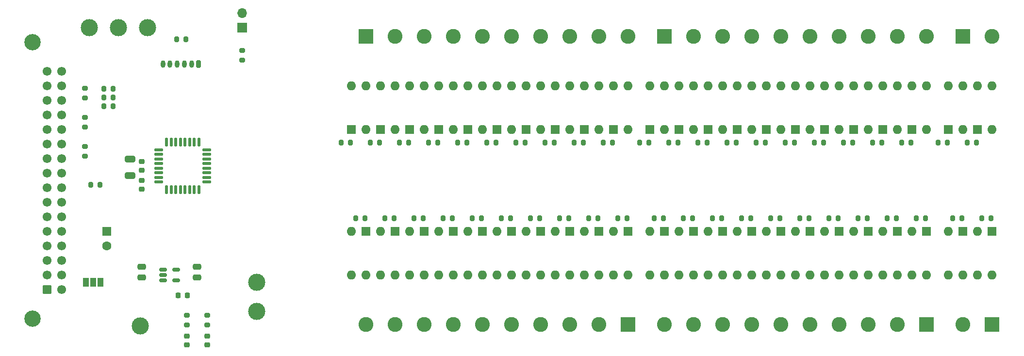
<source format=gbr>
%TF.GenerationSoftware,KiCad,Pcbnew,6.0.0*%
%TF.CreationDate,2022-01-11T14:05:17+01:00*%
%TF.ProjectId,main,6d61696e-2e6b-4696-9361-645f70636258,v.1.1.0*%
%TF.SameCoordinates,Original*%
%TF.FileFunction,Soldermask,Top*%
%TF.FilePolarity,Negative*%
%FSLAX46Y46*%
G04 Gerber Fmt 4.6, Leading zero omitted, Abs format (unit mm)*
G04 Created by KiCad (PCBNEW 6.0.0) date 2022-01-11 14:05:17*
%MOMM*%
%LPD*%
G01*
G04 APERTURE LIST*
G04 Aperture macros list*
%AMRoundRect*
0 Rectangle with rounded corners*
0 $1 Rounding radius*
0 $2 $3 $4 $5 $6 $7 $8 $9 X,Y pos of 4 corners*
0 Add a 4 corners polygon primitive as box body*
4,1,4,$2,$3,$4,$5,$6,$7,$8,$9,$2,$3,0*
0 Add four circle primitives for the rounded corners*
1,1,$1+$1,$2,$3*
1,1,$1+$1,$4,$5*
1,1,$1+$1,$6,$7*
1,1,$1+$1,$8,$9*
0 Add four rect primitives between the rounded corners*
20,1,$1+$1,$2,$3,$4,$5,0*
20,1,$1+$1,$4,$5,$6,$7,0*
20,1,$1+$1,$6,$7,$8,$9,0*
20,1,$1+$1,$8,$9,$2,$3,0*%
G04 Aperture macros list end*
%ADD10C,3.000000*%
%ADD11R,2.600000X2.600000*%
%ADD12C,2.600000*%
%ADD13RoundRect,0.200000X-0.275000X0.200000X-0.275000X-0.200000X0.275000X-0.200000X0.275000X0.200000X0*%
%ADD14RoundRect,0.200000X0.200000X0.275000X-0.200000X0.275000X-0.200000X-0.275000X0.200000X-0.275000X0*%
%ADD15R,1.600000X1.600000*%
%ADD16O,1.600000X1.600000*%
%ADD17RoundRect,0.225000X-0.225000X-0.250000X0.225000X-0.250000X0.225000X0.250000X-0.225000X0.250000X0*%
%ADD18RoundRect,0.200000X0.200000X0.450000X-0.200000X0.450000X-0.200000X-0.450000X0.200000X-0.450000X0*%
%ADD19O,0.800000X1.300000*%
%ADD20R,1.000000X1.500000*%
%ADD21RoundRect,0.218750X0.256250X-0.218750X0.256250X0.218750X-0.256250X0.218750X-0.256250X-0.218750X0*%
%ADD22RoundRect,0.225000X-0.250000X0.225000X-0.250000X-0.225000X0.250000X-0.225000X0.250000X0.225000X0*%
%ADD23C,1.600000*%
%ADD24RoundRect,0.125000X-0.625000X-0.125000X0.625000X-0.125000X0.625000X0.125000X-0.625000X0.125000X0*%
%ADD25RoundRect,0.125000X-0.125000X-0.625000X0.125000X-0.625000X0.125000X0.625000X-0.125000X0.625000X0*%
%ADD26R,1.700000X1.700000*%
%ADD27O,1.700000X1.700000*%
%ADD28RoundRect,0.250000X-0.475000X0.250000X-0.475000X-0.250000X0.475000X-0.250000X0.475000X0.250000X0*%
%ADD29C,2.850000*%
%ADD30RoundRect,0.249999X0.525001X-0.525001X0.525001X0.525001X-0.525001X0.525001X-0.525001X-0.525001X0*%
%ADD31C,1.550000*%
%ADD32RoundRect,0.250000X-0.650000X0.325000X-0.650000X-0.325000X0.650000X-0.325000X0.650000X0.325000X0*%
%ADD33RoundRect,0.150000X-0.512500X-0.150000X0.512500X-0.150000X0.512500X0.150000X-0.512500X0.150000X0*%
%ADD34RoundRect,0.200000X-0.200000X-0.275000X0.200000X-0.275000X0.200000X0.275000X-0.200000X0.275000X0*%
G04 APERTURE END LIST*
D10*
%TO.C,TP2*%
X67310000Y-100330000D03*
%TD*%
D11*
%TO.C,J5*%
X138430000Y-57404000D03*
D12*
X143510000Y-57404000D03*
X148590000Y-57404000D03*
X153670000Y-57404000D03*
X158750000Y-57404000D03*
X163830000Y-57404000D03*
X168910000Y-57404000D03*
X173990000Y-57404000D03*
X179070000Y-57404000D03*
X184150000Y-57404000D03*
%TD*%
D11*
%TO.C,J4*%
X190500000Y-57404000D03*
D12*
X195580000Y-57404000D03*
%TD*%
D13*
%TO.C,R11*%
X64770000Y-59881000D03*
X64770000Y-61531000D03*
%TD*%
D14*
%TO.C,R38*%
X183959000Y-89154000D03*
X182309000Y-89154000D03*
%TD*%
D15*
%TO.C,U19*%
X99060000Y-73660000D03*
D16*
X101600000Y-73660000D03*
X101600000Y-66040000D03*
X99060000Y-66040000D03*
%TD*%
D13*
%TO.C,R4*%
X37338000Y-66485000D03*
X37338000Y-68135000D03*
%TD*%
D15*
%TO.C,U34*%
X168910000Y-91440000D03*
D16*
X166370000Y-91440000D03*
X166370000Y-99060000D03*
X168910000Y-99060000D03*
%TD*%
D14*
%TO.C,R30*%
X145859000Y-75946000D03*
X144209000Y-75946000D03*
%TD*%
D17*
%TO.C,C3*%
X53581000Y-102616000D03*
X55131000Y-102616000D03*
%TD*%
D10*
%TO.C,TP6*%
X48200000Y-55880000D03*
%TD*%
D18*
%TO.C,J2*%
X57150000Y-62230000D03*
D19*
X55900000Y-62230000D03*
X54650000Y-62230000D03*
X53400000Y-62230000D03*
X52150000Y-62230000D03*
X50900000Y-62230000D03*
%TD*%
D15*
%TO.C,U41*%
X101600000Y-91440000D03*
D16*
X99060000Y-91440000D03*
X99060000Y-99060000D03*
X101600000Y-99060000D03*
%TD*%
D15*
%TO.C,U42*%
X148590000Y-91440000D03*
D16*
X146050000Y-91440000D03*
X146050000Y-99060000D03*
X148590000Y-99060000D03*
%TD*%
D14*
%TO.C,R15*%
X129349000Y-75946000D03*
X127699000Y-75946000D03*
%TD*%
D15*
%TO.C,U36*%
X163830000Y-91440000D03*
D16*
X161290000Y-91440000D03*
X161290000Y-99060000D03*
X163830000Y-99060000D03*
%TD*%
D15*
%TO.C,U31*%
X127000000Y-91440000D03*
D16*
X124460000Y-91440000D03*
X124460000Y-99060000D03*
X127000000Y-99060000D03*
%TD*%
D14*
%TO.C,R35*%
X83629000Y-75946000D03*
X81979000Y-75946000D03*
%TD*%
D15*
%TO.C,U11*%
X119380000Y-73660000D03*
D16*
X121920000Y-73660000D03*
X121920000Y-66040000D03*
X119380000Y-66040000D03*
%TD*%
D15*
%TO.C,U6*%
X181610000Y-73660000D03*
D16*
X184150000Y-73660000D03*
X184150000Y-66040000D03*
X181610000Y-66040000D03*
%TD*%
D15*
%TO.C,U20*%
X146050000Y-73660000D03*
D16*
X148590000Y-73660000D03*
X148590000Y-66040000D03*
X146050000Y-66040000D03*
%TD*%
D15*
%TO.C,U44*%
X143510000Y-91440000D03*
D16*
X140970000Y-91440000D03*
X140970000Y-99060000D03*
X143510000Y-99060000D03*
%TD*%
D14*
%TO.C,R52*%
X153479000Y-89154000D03*
X151829000Y-89154000D03*
%TD*%
%TO.C,R33*%
X88709000Y-75946000D03*
X87059000Y-75946000D03*
%TD*%
%TO.C,R39*%
X131889000Y-89154000D03*
X130239000Y-89154000D03*
%TD*%
D15*
%TO.C,U12*%
X166370000Y-73660000D03*
D16*
X168910000Y-73660000D03*
X168910000Y-66040000D03*
X166370000Y-66040000D03*
%TD*%
D15*
%TO.C,U4*%
X187960000Y-73660000D03*
D16*
X190500000Y-73660000D03*
X190500000Y-66040000D03*
X187960000Y-66040000D03*
%TD*%
D15*
%TO.C,U13*%
X114300000Y-73660000D03*
D16*
X116840000Y-73660000D03*
X116840000Y-66040000D03*
X114300000Y-66040000D03*
%TD*%
D15*
%TO.C,U8*%
X176530000Y-73660000D03*
D16*
X179070000Y-73660000D03*
X179070000Y-66040000D03*
X176530000Y-66040000D03*
%TD*%
D14*
%TO.C,R27*%
X103949000Y-75946000D03*
X102299000Y-75946000D03*
%TD*%
D20*
%TO.C,JP1*%
X40035000Y-100330000D03*
X38735000Y-100330000D03*
X37435000Y-100330000D03*
%TD*%
D14*
%TO.C,R14*%
X181419000Y-75946000D03*
X179769000Y-75946000D03*
%TD*%
D15*
%TO.C,U7*%
X129540000Y-73660000D03*
D16*
X132080000Y-73660000D03*
X132080000Y-66040000D03*
X129540000Y-66040000D03*
%TD*%
D21*
%TO.C,D1*%
X55118000Y-111277500D03*
X55118000Y-109702500D03*
%TD*%
D14*
%TO.C,R45*%
X121729000Y-89154000D03*
X120079000Y-89154000D03*
%TD*%
D15*
%TO.C,U18*%
X151130000Y-73660000D03*
D16*
X153670000Y-73660000D03*
X153670000Y-66040000D03*
X151130000Y-66040000D03*
%TD*%
D22*
%TO.C,C6*%
X47244000Y-82537000D03*
X47244000Y-84087000D03*
%TD*%
D14*
%TO.C,R21*%
X119189000Y-75946000D03*
X117539000Y-75946000D03*
%TD*%
D15*
%TO.C,C1*%
X41148000Y-91440000D03*
D23*
X41148000Y-93940000D03*
%TD*%
D14*
%TO.C,R32*%
X140779000Y-75946000D03*
X139129000Y-75946000D03*
%TD*%
%TO.C,R34*%
X135699000Y-75946000D03*
X134049000Y-75946000D03*
%TD*%
%TO.C,R42*%
X178879000Y-89154000D03*
X177229000Y-89154000D03*
%TD*%
D15*
%TO.C,U24*%
X135890000Y-73660000D03*
D16*
X138430000Y-73660000D03*
X138430000Y-66040000D03*
X135890000Y-66040000D03*
%TD*%
D14*
%TO.C,R54*%
X148399000Y-89154000D03*
X146749000Y-89154000D03*
%TD*%
D10*
%TO.C,TP5*%
X43150000Y-55880000D03*
%TD*%
D14*
%TO.C,R29*%
X98869000Y-75946000D03*
X97219000Y-75946000D03*
%TD*%
%TO.C,R20*%
X171259000Y-75946000D03*
X169609000Y-75946000D03*
%TD*%
D15*
%TO.C,U43*%
X96520000Y-91440000D03*
D16*
X93980000Y-91440000D03*
X93980000Y-99060000D03*
X96520000Y-99060000D03*
%TD*%
D14*
%TO.C,R46*%
X168719000Y-89154000D03*
X167069000Y-89154000D03*
%TD*%
%TO.C,R19*%
X124269000Y-75946000D03*
X122619000Y-75946000D03*
%TD*%
D24*
%TO.C,U3*%
X50181000Y-77210000D03*
X50181000Y-78010000D03*
X50181000Y-78810000D03*
X50181000Y-79610000D03*
X50181000Y-80410000D03*
X50181000Y-81210000D03*
X50181000Y-82010000D03*
X50181000Y-82810000D03*
D25*
X51556000Y-84185000D03*
X52356000Y-84185000D03*
X53156000Y-84185000D03*
X53956000Y-84185000D03*
X54756000Y-84185000D03*
X55556000Y-84185000D03*
X56356000Y-84185000D03*
X57156000Y-84185000D03*
D24*
X58531000Y-82810000D03*
X58531000Y-82010000D03*
X58531000Y-81210000D03*
X58531000Y-80410000D03*
X58531000Y-79610000D03*
X58531000Y-78810000D03*
X58531000Y-78010000D03*
X58531000Y-77210000D03*
D25*
X57156000Y-75835000D03*
X56356000Y-75835000D03*
X55556000Y-75835000D03*
X54756000Y-75835000D03*
X53956000Y-75835000D03*
X53156000Y-75835000D03*
X52356000Y-75835000D03*
X51556000Y-75835000D03*
%TD*%
D13*
%TO.C,R3*%
X37338000Y-71565000D03*
X37338000Y-73215000D03*
%TD*%
D14*
%TO.C,R44*%
X173799000Y-89154000D03*
X172149000Y-89154000D03*
%TD*%
D15*
%TO.C,U25*%
X83820000Y-73660000D03*
D16*
X86360000Y-73660000D03*
X86360000Y-66040000D03*
X83820000Y-66040000D03*
%TD*%
D14*
%TO.C,R37*%
X195389000Y-89154000D03*
X193739000Y-89154000D03*
%TD*%
D15*
%TO.C,U17*%
X104140000Y-73660000D03*
D16*
X106680000Y-73660000D03*
X106680000Y-66040000D03*
X104140000Y-66040000D03*
%TD*%
D15*
%TO.C,U10*%
X171450000Y-73660000D03*
D16*
X173990000Y-73660000D03*
X173990000Y-66040000D03*
X171450000Y-66040000D03*
%TD*%
D14*
%TO.C,R25*%
X109029000Y-75946000D03*
X107379000Y-75946000D03*
%TD*%
D26*
%TO.C,J3*%
X64770000Y-55880000D03*
D27*
X64770000Y-53340000D03*
%TD*%
D15*
%TO.C,U38*%
X158750000Y-91440000D03*
D16*
X156210000Y-91440000D03*
X156210000Y-99060000D03*
X158750000Y-99060000D03*
%TD*%
D14*
%TO.C,R57*%
X91249000Y-89154000D03*
X89599000Y-89154000D03*
%TD*%
D15*
%TO.C,U15*%
X109220000Y-73660000D03*
D16*
X111760000Y-73660000D03*
X111760000Y-66040000D03*
X109220000Y-66040000D03*
%TD*%
D28*
%TO.C,C5*%
X56896000Y-97602000D03*
X56896000Y-99502000D03*
%TD*%
D15*
%TO.C,U5*%
X193040000Y-73660000D03*
D16*
X195580000Y-73660000D03*
X195580000Y-66040000D03*
X193040000Y-66040000D03*
%TD*%
D13*
%TO.C,R2*%
X37338000Y-76645000D03*
X37338000Y-78295000D03*
%TD*%
D15*
%TO.C,U37*%
X111760000Y-91440000D03*
D16*
X109220000Y-91440000D03*
X109220000Y-99060000D03*
X111760000Y-99060000D03*
%TD*%
D13*
%TO.C,R8*%
X55118000Y-106109000D03*
X55118000Y-107759000D03*
%TD*%
D14*
%TO.C,R23*%
X114109000Y-75946000D03*
X112459000Y-75946000D03*
%TD*%
%TO.C,R53*%
X101409000Y-89154000D03*
X99759000Y-89154000D03*
%TD*%
%TO.C,R13*%
X192849000Y-75946000D03*
X191199000Y-75946000D03*
%TD*%
%TO.C,R28*%
X150939000Y-75946000D03*
X149289000Y-75946000D03*
%TD*%
%TO.C,R5*%
X42227000Y-66548000D03*
X40577000Y-66548000D03*
%TD*%
D15*
%TO.C,U22*%
X140970000Y-73660000D03*
D16*
X143510000Y-73660000D03*
X143510000Y-66040000D03*
X140970000Y-66040000D03*
%TD*%
D14*
%TO.C,R18*%
X176339000Y-75946000D03*
X174689000Y-75946000D03*
%TD*%
D15*
%TO.C,U33*%
X121920000Y-91440000D03*
D16*
X119380000Y-91440000D03*
X119380000Y-99060000D03*
X121920000Y-99060000D03*
%TD*%
D14*
%TO.C,R48*%
X163639000Y-89154000D03*
X161989000Y-89154000D03*
%TD*%
D29*
%TO.C,J1*%
X28160000Y-106685080D03*
X28160000Y-58425080D03*
D30*
X30700000Y-101605080D03*
D31*
X30700000Y-99065080D03*
X30700000Y-96525080D03*
X30700000Y-93985080D03*
X30700000Y-91445080D03*
X30700000Y-88905080D03*
X30700000Y-86365080D03*
X30700000Y-83825080D03*
X30700000Y-81285080D03*
X30700000Y-78745080D03*
X30700000Y-76205080D03*
X30700000Y-73665080D03*
X30700000Y-71125080D03*
X30700000Y-68585080D03*
X30700000Y-66045080D03*
X30700000Y-63505080D03*
X33240000Y-101605080D03*
X33240000Y-99065080D03*
X33240000Y-96525080D03*
X33240000Y-93985080D03*
X33240000Y-91445080D03*
X33240000Y-88905080D03*
X33240000Y-86365080D03*
X33240000Y-83825080D03*
X33240000Y-81285080D03*
X33240000Y-78745080D03*
X33240000Y-76205080D03*
X33240000Y-73665080D03*
X33240000Y-71125080D03*
X33240000Y-68585080D03*
X33240000Y-66045080D03*
X33240000Y-63505080D03*
%TD*%
D15*
%TO.C,U23*%
X88900000Y-73660000D03*
D16*
X91440000Y-73660000D03*
X91440000Y-66040000D03*
X88900000Y-66040000D03*
%TD*%
D15*
%TO.C,U39*%
X106680000Y-91440000D03*
D16*
X104140000Y-91440000D03*
X104140000Y-99060000D03*
X106680000Y-99060000D03*
%TD*%
D14*
%TO.C,R59*%
X86169000Y-89154000D03*
X84519000Y-89154000D03*
%TD*%
D15*
%TO.C,U47*%
X86360000Y-91440000D03*
D16*
X83820000Y-91440000D03*
X83820000Y-99060000D03*
X86360000Y-99060000D03*
%TD*%
D28*
%TO.C,C2*%
X47244000Y-97602000D03*
X47244000Y-99502000D03*
%TD*%
D15*
%TO.C,U46*%
X138430000Y-91440000D03*
D16*
X135890000Y-91440000D03*
X135890000Y-99060000D03*
X138430000Y-99060000D03*
%TD*%
D10*
%TO.C,TP1*%
X46990000Y-107950000D03*
%TD*%
D22*
%TO.C,C8*%
X47244000Y-79235000D03*
X47244000Y-80785000D03*
%TD*%
D11*
%TO.C,J7*%
X195580000Y-107696000D03*
D12*
X190500000Y-107696000D03*
%TD*%
D11*
%TO.C,J9*%
X132080000Y-107696000D03*
D12*
X127000000Y-107696000D03*
X121920000Y-107696000D03*
X116840000Y-107696000D03*
X111760000Y-107696000D03*
X106680000Y-107696000D03*
X101600000Y-107696000D03*
X96520000Y-107696000D03*
X91440000Y-107696000D03*
X86360000Y-107696000D03*
%TD*%
D32*
%TO.C,C7*%
X45212000Y-78789000D03*
X45212000Y-81739000D03*
%TD*%
D10*
%TO.C,TP3*%
X67310000Y-105410000D03*
%TD*%
D15*
%TO.C,U16*%
X156210000Y-73660000D03*
D16*
X158750000Y-73660000D03*
X158750000Y-66040000D03*
X156210000Y-66040000D03*
%TD*%
D15*
%TO.C,U35*%
X116840000Y-91440000D03*
D16*
X114300000Y-91440000D03*
X114300000Y-99060000D03*
X116840000Y-99060000D03*
%TD*%
D15*
%TO.C,U9*%
X124460000Y-73660000D03*
D16*
X127000000Y-73660000D03*
X127000000Y-66040000D03*
X124460000Y-66040000D03*
%TD*%
D14*
%TO.C,R58*%
X138239000Y-89154000D03*
X136589000Y-89154000D03*
%TD*%
D21*
%TO.C,D2*%
X58674000Y-111277500D03*
X58674000Y-109702500D03*
%TD*%
D14*
%TO.C,R6*%
X42227000Y-68072000D03*
X40577000Y-68072000D03*
%TD*%
%TO.C,R56*%
X143319000Y-89154000D03*
X141669000Y-89154000D03*
%TD*%
%TO.C,R55*%
X96329000Y-89154000D03*
X94679000Y-89154000D03*
%TD*%
D15*
%TO.C,U21*%
X93980000Y-73660000D03*
D16*
X96520000Y-73660000D03*
X96520000Y-66040000D03*
X93980000Y-66040000D03*
%TD*%
D14*
%TO.C,R51*%
X106489000Y-89154000D03*
X104839000Y-89154000D03*
%TD*%
%TO.C,R31*%
X93789000Y-75946000D03*
X92139000Y-75946000D03*
%TD*%
D15*
%TO.C,U28*%
X184150000Y-91440000D03*
D16*
X181610000Y-91440000D03*
X181610000Y-99060000D03*
X184150000Y-99060000D03*
%TD*%
D15*
%TO.C,U29*%
X132080000Y-91440000D03*
D16*
X129540000Y-91440000D03*
X129540000Y-99060000D03*
X132080000Y-99060000D03*
%TD*%
D14*
%TO.C,R49*%
X111569000Y-89154000D03*
X109919000Y-89154000D03*
%TD*%
D15*
%TO.C,U40*%
X153670000Y-91440000D03*
D16*
X151130000Y-91440000D03*
X151130000Y-99060000D03*
X153670000Y-99060000D03*
%TD*%
D14*
%TO.C,R43*%
X126809000Y-89154000D03*
X125159000Y-89154000D03*
%TD*%
D33*
%TO.C,U1*%
X50932500Y-98110000D03*
X50932500Y-99060000D03*
X50932500Y-100010000D03*
X53207500Y-100010000D03*
X53207500Y-98110000D03*
%TD*%
D15*
%TO.C,U45*%
X91440000Y-91440000D03*
D16*
X88900000Y-91440000D03*
X88900000Y-99060000D03*
X91440000Y-99060000D03*
%TD*%
D14*
%TO.C,R47*%
X116649000Y-89154000D03*
X114999000Y-89154000D03*
%TD*%
D15*
%TO.C,U14*%
X161290000Y-73660000D03*
D16*
X163830000Y-73660000D03*
X163830000Y-66040000D03*
X161290000Y-66040000D03*
%TD*%
D15*
%TO.C,U26*%
X190500000Y-91440000D03*
D16*
X187960000Y-91440000D03*
X187960000Y-99060000D03*
X190500000Y-99060000D03*
%TD*%
D14*
%TO.C,R26*%
X156019000Y-75946000D03*
X154369000Y-75946000D03*
%TD*%
D15*
%TO.C,U32*%
X173990000Y-91440000D03*
D16*
X171450000Y-91440000D03*
X171450000Y-99060000D03*
X173990000Y-99060000D03*
%TD*%
D14*
%TO.C,R36*%
X190309000Y-89154000D03*
X188659000Y-89154000D03*
%TD*%
D15*
%TO.C,U30*%
X179070000Y-91440000D03*
D16*
X176530000Y-91440000D03*
X176530000Y-99060000D03*
X179070000Y-99060000D03*
%TD*%
D14*
%TO.C,R50*%
X158559000Y-89154000D03*
X156909000Y-89154000D03*
%TD*%
%TO.C,R12*%
X187769000Y-75946000D03*
X186119000Y-75946000D03*
%TD*%
D13*
%TO.C,R10*%
X58674000Y-106109000D03*
X58674000Y-107759000D03*
%TD*%
D14*
%TO.C,R24*%
X161099000Y-75946000D03*
X159449000Y-75946000D03*
%TD*%
%TO.C,R7*%
X42227000Y-69596000D03*
X40577000Y-69596000D03*
%TD*%
%TO.C,R22*%
X166179000Y-75946000D03*
X164529000Y-75946000D03*
%TD*%
D11*
%TO.C,J8*%
X184150000Y-107696000D03*
D12*
X179070000Y-107696000D03*
X173990000Y-107696000D03*
X168910000Y-107696000D03*
X163830000Y-107696000D03*
X158750000Y-107696000D03*
X153670000Y-107696000D03*
X148590000Y-107696000D03*
X143510000Y-107696000D03*
X138430000Y-107696000D03*
%TD*%
D10*
%TO.C,TP4*%
X38100000Y-55880000D03*
%TD*%
D15*
%TO.C,U27*%
X195580000Y-91440000D03*
D16*
X193040000Y-91440000D03*
X193040000Y-99060000D03*
X195580000Y-99060000D03*
%TD*%
D11*
%TO.C,J6*%
X86360000Y-57404000D03*
D12*
X91440000Y-57404000D03*
X96520000Y-57404000D03*
X101600000Y-57404000D03*
X106680000Y-57404000D03*
X111760000Y-57404000D03*
X116840000Y-57404000D03*
X121920000Y-57404000D03*
X127000000Y-57404000D03*
X132080000Y-57404000D03*
%TD*%
D14*
%TO.C,R1*%
X39941000Y-83312000D03*
X38291000Y-83312000D03*
%TD*%
D34*
%TO.C,R9*%
X53277000Y-57912000D03*
X54927000Y-57912000D03*
%TD*%
M02*

</source>
